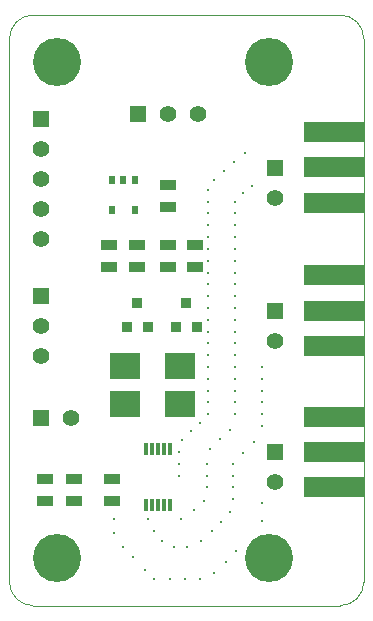
<source format=gbr>
G04 #@! TF.FileFunction,Soldermask,Top*
%FSLAX46Y46*%
G04 Gerber Fmt 4.6, Leading zero omitted, Abs format (unit mm)*
G04 Created by KiCad (PCBNEW 0.201505041002+5641~23~ubuntu14.04.1-product) date Wed 08 Jul 2015 08:46:07 AM PDT*
%MOMM*%
G01*
G04 APERTURE LIST*
%ADD10C,0.200000*%
%ADD11C,0.100000*%
%ADD12C,0.200000*%
%ADD13R,1.397000X0.889000*%
%ADD14R,1.397000X1.397000*%
%ADD15C,1.397000*%
%ADD16C,4.064000*%
%ADD17R,5.080000X1.800000*%
%ADD18R,0.914400X0.914400*%
%ADD19R,0.508000X0.762000*%
%ADD20R,0.300000X1.100000*%
%ADD21R,2.600000X2.250000*%
G04 APERTURE END LIST*
D10*
D11*
X128000000Y-100000000D02*
G75*
G03X130000000Y-98000000I0J2000000D01*
G01*
X100000000Y-98000000D02*
G75*
G03X102000000Y-100000000I2000000J0D01*
G01*
X130000000Y-52000000D02*
G75*
G03X128000000Y-50000000I-2000000J0D01*
G01*
X102000000Y-50000000D02*
G75*
G03X100000000Y-52000000I0J-2000000D01*
G01*
X128000000Y-50000000D02*
X102000000Y-50000000D01*
X130000000Y-98000000D02*
X130000000Y-52000000D01*
X102000000Y-100000000D02*
X128000000Y-100000000D01*
X100000000Y-52000000D02*
X100000000Y-98000000D01*
D12*
X119100000Y-75800000D03*
D13*
X113450000Y-64347500D03*
X113450000Y-66252500D03*
D14*
X122500000Y-62930000D03*
D15*
X122500000Y-65470000D03*
D13*
X113400000Y-69447500D03*
X113400000Y-71352500D03*
X115700000Y-69447500D03*
X115700000Y-71352500D03*
D16*
X104000000Y-54000000D03*
X122000000Y-54000000D03*
X104000000Y-96000000D03*
X122000000Y-96000000D03*
D13*
X108450000Y-69447500D03*
X108450000Y-71352500D03*
X110800000Y-69447500D03*
X110800000Y-71352500D03*
X108700000Y-89247500D03*
X108700000Y-91152500D03*
D14*
X102650000Y-58800000D03*
D15*
X102650000Y-61340000D03*
X102650000Y-63880000D03*
X102650000Y-66420000D03*
X102650000Y-68960000D03*
D14*
X102650000Y-73760000D03*
D15*
X102650000Y-76300000D03*
X102650000Y-78840000D03*
D14*
X110910000Y-58400000D03*
D15*
X113450000Y-58400000D03*
X115990000Y-58400000D03*
D17*
X127460000Y-75050000D03*
X127460000Y-72050000D03*
X127460000Y-78050000D03*
X127460000Y-87000000D03*
X127460000Y-84000000D03*
X127460000Y-90000000D03*
D14*
X122500000Y-75030000D03*
D15*
X122500000Y-77570000D03*
D14*
X122500000Y-87030000D03*
D15*
X122500000Y-89570000D03*
D18*
X111689000Y-76416000D03*
X109911000Y-76416000D03*
X110800000Y-74384000D03*
X115839000Y-76416000D03*
X114061000Y-76416000D03*
X114950000Y-74384000D03*
D13*
X105500000Y-89247500D03*
X105500000Y-91152500D03*
X103000000Y-89247500D03*
X103000000Y-91152500D03*
D19*
X110602500Y-63980000D03*
X108697500Y-63980000D03*
X110602500Y-66520000D03*
X109650000Y-63980000D03*
X108697500Y-66520000D03*
D20*
X113600000Y-86750000D03*
X113100000Y-86750000D03*
X112600000Y-86750000D03*
X112100000Y-86750000D03*
X111600000Y-86750000D03*
X111584000Y-91450000D03*
X112092000Y-91450000D03*
X112600000Y-91450000D03*
X113108000Y-91450000D03*
X113616000Y-91450000D03*
D21*
X109750000Y-82900000D03*
X114450000Y-82900000D03*
X114450000Y-79700000D03*
X109750000Y-79700000D03*
D17*
X127460000Y-62900000D03*
X127460000Y-59900000D03*
X127460000Y-65900000D03*
D14*
X102630000Y-84100000D03*
D15*
X105170000Y-84100000D03*
D12*
X116800000Y-64800000D03*
X116800000Y-65800000D03*
X116800000Y-66800000D03*
X116800000Y-67800000D03*
X116800000Y-68800000D03*
X116800000Y-69800000D03*
X116800000Y-70800000D03*
X116800000Y-71800000D03*
X116800000Y-72800000D03*
X116800000Y-73800000D03*
X116800000Y-74800000D03*
X116800000Y-75800000D03*
X116800000Y-76800000D03*
X116800000Y-77800000D03*
X116800000Y-78800000D03*
X116800000Y-79800000D03*
X116800000Y-80800000D03*
X116800000Y-81800000D03*
X116800000Y-82800000D03*
X116800000Y-83800000D03*
X118650000Y-85150000D03*
X114350000Y-89000000D03*
X114350000Y-88000000D03*
X114350000Y-87000000D03*
X114600000Y-86000000D03*
X115400000Y-85250000D03*
X116100000Y-84500000D03*
X119100000Y-83800000D03*
X119100000Y-82800000D03*
X119100000Y-81800000D03*
X119100000Y-80800000D03*
X119100000Y-79800000D03*
X119100000Y-78800000D03*
X119100000Y-77800000D03*
X119100000Y-76800000D03*
X117850000Y-85900000D03*
X116950000Y-86750000D03*
X116700000Y-88000000D03*
X116700000Y-89000000D03*
X116700000Y-90000000D03*
X116450000Y-91150000D03*
X115600000Y-91900000D03*
X114550000Y-92650000D03*
X111700000Y-92700000D03*
X112200000Y-93700000D03*
X112950000Y-94550000D03*
X113900000Y-95050000D03*
X115000000Y-95050000D03*
X116250000Y-94500000D03*
X117150000Y-93650000D03*
X117950000Y-92900000D03*
X118900000Y-91000000D03*
X118900000Y-90000000D03*
X118900000Y-89000000D03*
X118900000Y-88000000D03*
X119750000Y-87100000D03*
X120700000Y-86150000D03*
X121400000Y-84800000D03*
X118650000Y-92050000D03*
X121400000Y-83800000D03*
X121400000Y-82800000D03*
X121400000Y-81800000D03*
X121400000Y-80800000D03*
X121400000Y-79800000D03*
X119100000Y-74800000D03*
X119100000Y-73800000D03*
X119100000Y-72800000D03*
X119100000Y-71800000D03*
X119100000Y-70800000D03*
X119100000Y-69800000D03*
X119100000Y-68800000D03*
X119100000Y-67800000D03*
X119100000Y-66800000D03*
X119100000Y-65800000D03*
X119800000Y-65050000D03*
X120500000Y-64450000D03*
X117350000Y-64000000D03*
X118150000Y-63200000D03*
X119000000Y-62400000D03*
X119950000Y-61650000D03*
X108850000Y-92700000D03*
X108850000Y-93850000D03*
X109650000Y-95000000D03*
X110450000Y-95900000D03*
X111450000Y-97000000D03*
X113550000Y-97750000D03*
X114850000Y-97750000D03*
X116150000Y-97750000D03*
X117300000Y-97250000D03*
X118300000Y-96300000D03*
X119150000Y-95350000D03*
X112250000Y-97750000D03*
X121350000Y-92800000D03*
X121350000Y-91350000D03*
M02*

</source>
